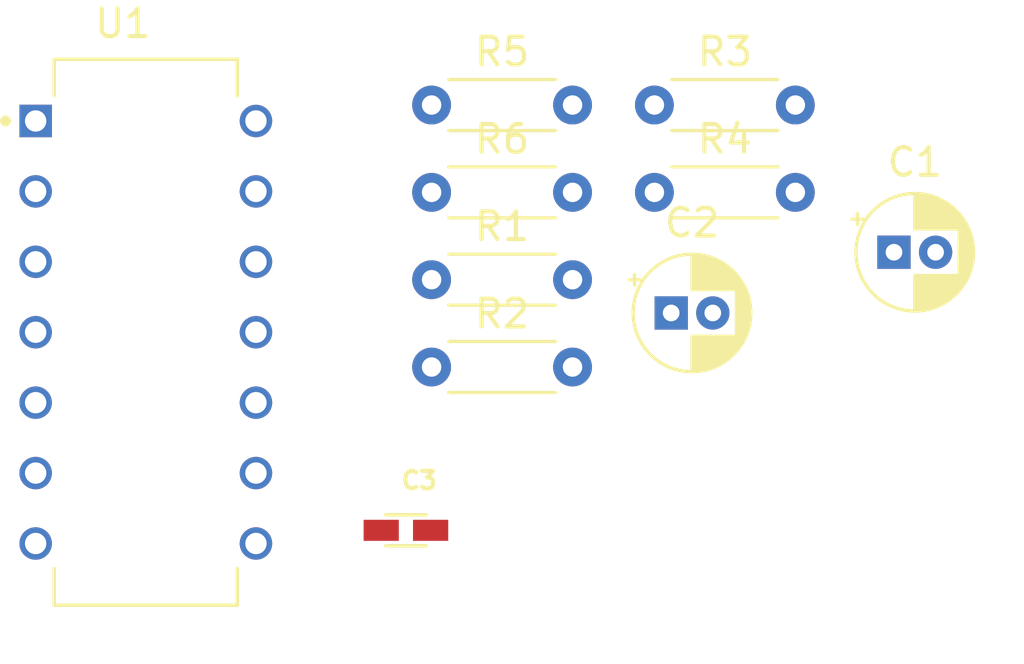
<source format=kicad_pcb>
(kicad_pcb (version 20211014) (generator pcbnew)
  (layers (0 "F.Cu" signal) (31 "B.Cu" signal) (34 "B.Paste" user) (35 "F.Paste" user) (36 "B.SilkS" user "B.Silkscreen") (37 "F.SilkS" user "F.Silkscreen") (38 "B.Mask" user) (39 "F.Mask" user) (44 "Edge.Cuts" user))
  (net 0 "")
  (net 1 "+12V")
  (net 2 "GND")
  (net 3 "-12V")
  (net 4 "Pilot_OUT")
  (net 5 "+3.3V")
  (net 6 "Pilot_ADC")
  (net 7 "Pilot_PWM")
  (net 8 "Net-(R1-Pad2)")
  (net 9 "Net-(R3-Pad1)")
  (footprint "Resistor_THT:R_Axial_DIN0204_L3.6mm_D1.6mm_P5.08mm_Horizontal" (layer "F.Cu") (at 124.645199 91.95)
    (fp_text reference "R2" (at 2.54 -1.92) (layer "F.SilkS"))
    (fp_text value "200k Tol1%")
    (fp_line (start 0.62 0.92) (end 4.46 0.92) (layer "F.SilkS") (width 0.12))
    (fp_line (start 0.62 -0.92) (end 4.46 -0.92) (layer "F.SilkS") (width 0.12))
    (pad "1" thru_hole circle (at 0 0) (size 1.4 1.4) (drill 0.7) (layers *.Cu *.Mask) (net 8 "Net-(R1-Pad2)"))
    (pad "2" thru_hole oval (at 5.08 0) (size 1.4 1.4) (drill 0.7) (layers *.Cu *.Mask) (net 2 "GND"))
  )
  (footprint "symbols-footprints:ESD_PGB1010603MR" (layer "F.Cu") (at 123.72 97.84)
    (fp_text reference "C3" (at 0.475 -1.8) (layer "F.SilkS") (effects (font (size 0.629921 0.629921))))
    (fp_text value "PGB1010603")
    (fp_line (start -0.73 0.56) (end 0.73 0.56) (layer "F.SilkS") (width 0.127))
    (fp_line (start -0.73 -0.56) (end 0.73 -0.56) (layer "F.SilkS") (width 0.127))
    (pad "1" smd rect locked (at -0.89 0 180) (size 1.27 0.76) (layers "F.Cu" "F.Paste" "F.Mask") (net 2 "GND"))
    (pad "2" smd rect locked (at 0.89 0 180) (size 1.27 0.76) (layers "F.Cu" "F.Paste" "F.Mask") (net 4 "Pilot_OUT"))
  )
  (footprint "Resistor_THT:R_Axial_DIN0204_L3.6mm_D1.6mm_P5.08mm_Horizontal" (layer "F.Cu") (at 132.675199 82.5)
    (fp_text reference "R3" (at 2.54 -1.92) (layer "F.SilkS"))
    (fp_text value "1k Tol1%")
    (fp_line (start 0.62 -0.92) (end 4.46 -0.92) (layer "F.SilkS") (width 0.12))
    (fp_line (start 0.62 0.92) (end 4.46 0.92) (layer "F.SilkS") (width 0.12))
    (pad "1" thru_hole circle (at 0 0) (size 1.4 1.4) (drill 0.7) (layers *.Cu *.Mask) (net 9 "Net-(R3-Pad1)"))
    (pad "2" thru_hole oval (at 5.08 0) (size 1.4 1.4) (drill 0.7) (layers *.Cu *.Mask) (net 4 "Pilot_OUT"))
  )
  (footprint "Capacitor_THT:CP_Radial_D4.0mm_P1.50mm" (layer "F.Cu") (at 141.31 87.81)
    (fp_text reference "C1" (at 0.75 -3.25) (layer "F.SilkS"))
    (fp_text value "0.1uF 25V")
    (fp_line (start 1.39 0.84) (end 1.39 1.982) (layer "F.SilkS") (width 0.12))
    (fp_line (start 1.27 0.84) (end 1.27 2.016) (layer "F.SilkS") (width 0.12))
    (fp_line (start 1.23 0.84) (end 1.23 2.025) (layer "F.SilkS") (width 0.12))
    (fp_line (start 2.631 -0.94) (end 2.631 0.94) (layer "F.SilkS") (width 0.12))
    (fp_line (start 2.071 0.84) (end 2.071 1.619) (layer "F.SilkS") (width 0.12))
    (fp_line (start 1.791 -1.808) (end 1.791 -0.84) (layer "F.SilkS") (width 0.12))
    (fp_line (start 1.27 -2.016) (end 1.27 -0.84) (layer "F.SilkS") (width 0.12))
    (fp_line (start 1.631 -1.889) (end 1.631 -0.84) (layer "F.SilkS") (width 0.12))
    (fp_line (start 0.79 0.84) (end 0.79 2.08) (layer "F.SilkS") (width 0.12))
    (fp_line (start 1.631 0.84) (end 1.631 1.889) (layer "F.SilkS") (width 0.12))
    (fp_line (start 0.75 -2.08) (end 0.75 -0.84) (layer "F.SilkS") (width 0.12))
    (fp_line (start 1.31 -2.005) (end 1.31 -0.84) (layer "F.SilkS") (width 0.12))
    (fp_line (start 1.19 -2.034) (end 1.19 -0.84) (layer "F.SilkS") (width 0.12))
    (fp_line (start 1.471 -1.954) (end 1.471 -0.84) (layer "F.SilkS") (width 0.12))
    (fp_line (start 1.551 0.84) (end 1.551 1.924) (layer "F.SilkS") (width 0.12))
    (fp_line (start 1.511 -1.94) (end 1.511 -0.84) (layer "F.SilkS") (width 0.12))
    (fp_line (start 1.15 -2.042) (end 1.15 -0.84) (layer "F.SilkS") (width 0.12))
    (fp_line (start 1.911 0.84) (end 1.911 1.735) (layer "F.SilkS") (width 0.12))
    (fp_line (start 1.831 0.84) (end 1.831 1.785) (layer "F.SilkS") (width 0.12))
    (fp_line (start 1.471 0.84) (end 1.471 1.954) (layer "F.SilkS") (width 0.12))
    (fp_line (start 1.871 0.84) (end 1.871 1.76) (layer "F.SilkS") (width 0.12))
    (fp_line (start 1.591 -1.907) (end 1.591 -0.84) (layer "F.SilkS") (width 0.12))
    (fp_line (start 2.551 -1.08) (end 2.551 1.08) (layer "F.SilkS") (width 0.12))
    (fp_line (start -1.319801 -1.395) (end -1.319801 -0.995) (layer "F.SilkS") (width 0.12))
    (fp_line (start 0.91 0.84) (end 0.91 2.074) (layer "F.SilkS") (width 0.12))
    (fp_line (start 1.591 0.84) (end 1.591 1.907) (layer "F.SilkS") (width 0.12))
    (fp_line (start 1.35 0.84) (end 1.35 1.994) (layer "F.SilkS") (width 0.12))
    (fp_line (start 0.87 -2.077) (end 0.87 -0.84) (layer "F.SilkS") (width 0.12))
    (fp_line (start 1.551 -1.924) (end 1.551 -0.84) (layer "F.SilkS") (width 0.12))
    (fp_line (start 2.791 -0.537) (end 2.791 0.537) (layer "F.SilkS") (width 0.12))
    (fp_line (start 2.031 -1.65) (end 2.031 -0.84) (layer "F.SilkS") (width 0.12))
    (fp_line (start -1.519801 -1.195) (end -1.119801 -1.195) (layer "F.SilkS") (width 0.12))
    (fp_line (start 1.15 0.84) (end 1.15 2.042) (layer "F.SilkS") (width 0.12))
    (fp_line (start 2.111 0.84) (end 2.111 1.587) (layer "F.SilkS") (width 0.12))
    (fp_line (start 1.35 -1.994) (end 1.35 -0.84) (layer "F.SilkS") (width 0.12))
    (fp_line (start 2.031 0.84) (end 2.031 1.65) (layer "F.SilkS") (width 0.12))
    (fp_line (start 0.75 0.84) (end 0.75 2.08) (layer "F.SilkS") (width 0.12))
    (fp_line (start 1.07 0.84) (end 1.07 2.056) (layer "F.SilkS") (width 0.12))
    (fp_line (start 1.831 -1.785) (end 1.831 -0.84) (layer "F.SilkS") (width 0.12))
    (fp_line (start 2.671 -0.859) (end 2.671 0.859) (layer "F.SilkS") (width 0.12))
    (fp_line (start 2.111 -1.587) (end 2.111 -0.84) (layer "F.SilkS") (width 0.12))
    (fp_line (start 1.03 0.84) (end 1.03 2.062) (layer "F.SilkS") (width 0.12))
    (fp_line (start 2.191 -1.516) (end 2.191 -0.84) (layer "F.SilkS") (width 0.12))
    (fp_line (start 1.39 -1.982) (end 1.39 -0.84) (layer "F.SilkS") (width 0.12))
    (fp_line (start 2.831 -0.37) (end 2.831 0.37) (layer "F.SilkS") (width 0.12))
    (fp_line (start 0.95 -2.071) (end 0.95 -0.84) (layer "F.SilkS") (width 0.12))
    (fp_line (start 2.271 -1.438) (end 2.271 -0.84) (layer "F.SilkS") (width 0.12))
    (fp_line (start 1.19 0.84) (end 1.19 2.034) (layer "F.SilkS") (width 0.12))
    (fp_line (start 0.95 0.84) (end 0.95 2.071) (layer "F.SilkS") (width 0.12))
    (fp_line (start 1.951 0.84) (end 1.951 1.708) (layer "F.SilkS") (width 0.12))
    (fp_line (start 2.431 -1.254) (end 2.431 1.254) (layer "F.SilkS") (width 0.12))
    (fp_line (start 2.151 -1.552) (end 2.151 -0.84) (layer "F.SilkS") (width 0.12))
    (fp_line (start 0.99 -2.067) (end 0.99 -0.84) (layer "F.SilkS") (width 0.12))
    (fp_line (start 2.151 0.84) (end 2.151 1.552) (layer "F.SilkS") (width 0.12))
    (fp_line (start 1.751 -1.83) (end 1.751 -0.84) (layer "F.SilkS") (width 0.12))
    (fp_line (start 1.511 0.84) (end 1.511 1.94) (layer "F.SilkS") (width 0.12))
    (fp_line (start 2.351 -1.351) (end 2.351 1.351) (layer "F.SilkS") (width 0.12))
    (fp_line (start 2.391 -1.304) (end 2.391 1.304) (layer "F.SilkS") (width 0.12))
    (fp_line (start 1.911 -1.735) (end 1.911 -0.84) (layer "F.SilkS") (width 0.12))
    (fp_line (start 0.79 -2.08) (end 0.79 -0.84) (layer "F.SilkS") (width 0.12))
    (fp_line (start 1.711 0.84) (end 1.711 1.851) (layer "F.SilkS") (width 0.12))
    (fp_line (start 1.11 0.84) (end 1.11 2.05) (layer "F.SilkS") (width 0.12))
    (fp_line (start 1.751 0.84) (end 1.751 1.83) (layer "F.SilkS") (width 0.12))
    (fp_line (start 0.87 0.84) (end 0.87 2.077) (layer "F.SilkS") (width 0.12))
    (fp_line (start 0.83 0.84) (end 0.83 2.079) (layer "F.SilkS") (width 0.12))
    (fp_line (start 2.071 -1.619) (end 2.071 -0.84) (layer "F.SilkS") (width 0.12))
    (fp_line (start 2.751 -0.664) (end 2.751 0.664) (layer "F.SilkS") (width 0.12))
    (fp_line (start 1.23 -2.025) (end 1.23 -0.84) (layer "F.SilkS") (width 0.12))
    (fp_line (start 1.43 0.84) (end 1.43 1.968) (layer "F.SilkS") (width 0.12))
    (fp_line (start 1.871 -1.76) (end 1.871 -0.84) (layer "F.SilkS") (width 0.12))
    (fp_line (start 2.271 0.84) (end 2.271 1.438) (layer "F.SilkS") (width 0.12))
    (fp_line (start 2.511 -1.142) (end 2.511 1.142) (layer "F.SilkS") (width 0.12))
    (fp_line (start 1.791 0.84) (end 1.791 1.808) (layer "F.SilkS") (width 0.12))
    (fp_line (start 1.671 0.84) (end 1.671 1.87) (layer "F.SilkS") (width 0.12))
    (fp_line (start 1.31 0.84) (end 1.31 2.005) (layer "F.SilkS") (width 0.12))
    (fp_line (start 2.311 -1.396) (end 2.311 -0.84) (layer "F.SilkS") (width 0.12))
    (fp_line (start 1.11 -2.05) (end 1.11 -0.84) (layer "F.SilkS") (width 0.12))
    (fp_line (start 2.591 -1.013) (end 2.591 1.013) (layer "F.SilkS") (width 0.12))
    (fp_line (start 0.99 0.84) (end 0.99 2.067) (layer "F.SilkS") (width 0.12))
    (fp_line (start 1.711 -1.851) (end 1.711 -0.84) (layer "F.SilkS") (width 0.12))
    (fp_line (start 0.83 -2.079) (end 0.83 -0.84) (layer "F.SilkS") (width 0.12))
    (fp_line (start 2.231 -1.478) (end 2.231 -0.84) (layer "F.SilkS") (width 0.12))
    (fp_line (start 2.311 0.84) (end 2.311 1.396) (layer "F.SilkS") (width 0.12))
    (fp_line (start 2.191 0.84) (end 2.191 1.516) (layer "F.SilkS") (width 0.12))
    (fp_line (start 1.991 -1.68) (end 1.991 -0.84) (layer "F.SilkS") (width 0.12))
    (fp_line (start 1.991 0.84) (end 1.991 1.68) (layer "F.SilkS") (width 0.12))
    (fp_line (start 2.231 0.84) (end 2.231 1.478) (layer "F.SilkS") (width 0.12))
    (fp_line (start 2.471 -1.2) (end 2.471 1.2) (layer "F.SilkS") (width 0.12))
    (fp_line (start 1.671 -1.87) (end 1.671 -0.84) (layer "F.SilkS") (width 0.12))
    (fp_line (start 1.951 -1.708) (end 1.951 -0.84) (layer "F.SilkS") (width 0.12))
    (fp_line (start 1.03 -2.062) (end 1.03 -0.84) (layer "F.SilkS") (width 0.12))
    (fp_line (start 0.91 -2.074) (end 0.91 -0.84) (layer "F.SilkS") (width 0.12))
    (fp_line (start 1.43 -1.968) (end 1.43 -0.84) (layer "F.SilkS") (width 0.12))
    (fp_line (start 2.711 -0.768) (end 2.711 0.768) (layer "F.SilkS") (width 0.12))
    (fp_line (start 1.07 -2.056) (end 1.07 -0.84) (layer "F.SilkS") (width 0.12))
    (fp_circle (center 0.75 0) (end 2.87 0) (layer "F.SilkS") (width 0.12) (fill none))
    (pad "1" thru_hole rect (at 0 0) (size 1.2 1.2) (drill 0.6) (layers *.Cu *.Mask) (net 1 "+12V"))
    (pad "2" thru_hole circle (at 1.5 0) (size 1.2 1.2) (drill 0.6) (layers *.Cu *.Mask) (net 2 "GND"))
  )
  (footprint "Capacitor_THT:CP_Radial_D4.0mm_P1.50mm" (layer "F.Cu") (at 133.28 90)
    (fp_text reference "C2" (at 0.75 -3.25) (layer "F.SilkS"))
    (fp_text value "0.1uF 25V")
    (fp_line (start 0.79 0.84) (end 0.79 2.08) (layer "F.SilkS") (width 0.12))
    (fp_line (start 1.711 -1.851) (end 1.711 -0.84) (layer "F.SilkS") (width 0.12))
    (fp_line (start 1.15 0.84) (end 1.15 2.042) (layer "F.SilkS") (width 0.12))
    (fp_line (start 1.511 -1.94) (end 1.511 -0.84) (layer "F.SilkS") (width 0.12))
    (fp_line (start 1.35 0.84) (end 1.35 1.994) (layer "F.SilkS") (width 0.12))
    (fp_line (start 1.871 0.84) (end 1.871 1.76) (layer "F.SilkS") (width 0.12))
    (fp_line (start 1.591 -1.907) (end 1.591 -0.84) (layer "F.SilkS") (width 0.12))
    (fp_line (start 2.351 -1.351) (end 2.351 1.351) (layer "F.SilkS") (width 0.12))
    (fp_line (start 1.07 -2.056) (end 1.07 -0.84) (layer "F.SilkS") (width 0.12))
    (fp_line (start 2.311 -1.396) (end 2.311 -0.84) (layer "F.SilkS") (width 0.12))
    (fp_line (start 2.231 -1.478) (end 2.231 -0.84) (layer "F.SilkS") (width 0.12))
    (fp_line (start 0.79 -2.08) (end 0.79 -0.84) (layer "F.SilkS") (width 0.12))
    (fp_line (start 0.99 0.84) (end 0.99 2.067) (layer "F.SilkS") (width 0.12))
    (fp_line (start 1.39 0.84) (end 1.39 1.982) (layer "F.SilkS") (width 0.12))
    (fp_line (start 1.27 -2.016) (end 1.27 -0.84) (layer "F.SilkS") (width 0.12))
    (fp_line (start 0.83 -2.079) (end 0.83 -0.84) (layer "F.SilkS") (width 0.12))
    (fp_line (start 2.271 0.84) (end 2.271 1.438) (layer "F.SilkS") (width 0.12))
    (fp_line (start 0.91 0.84) (end 0.91 2.074) (layer "F.SilkS") (width 0.12))
    (fp_line (start 0.83 0.84) (end 0.83 2.079) (layer "F.SilkS") (width 0.12))
    (fp_line (start 2.631 -0.94) (end 2.631 0.94) (layer "F.SilkS") (width 0.12))
    (fp_line (start 1.831 -1.785) (end 1.831 -0.84) (layer "F.SilkS") (width 0.12))
    (fp_line (start 1.43 -1.968) (end 1.43 -0.84) (layer "F.SilkS") (width 0.12))
    (fp_line (start 1.671 -1.87) (end 1.671 -0.84) (layer "F.SilkS") (width 0.12))
    (fp_line (start 1.711 0.84) (end 1.711 1.851) (layer "F.SilkS") (width 0.12))
    (fp_line (start 1.471 -1.954) (end 1.471 -0.84) (layer "F.SilkS") (width 0.12))
    (fp_line (start 2.391 -1.304) (end 2.391 1.304) (layer "F.SilkS") (width 0.12))
    (fp_line (start 1.551 -1.924) (end 1.551 -0.84) (layer "F.SilkS") (width 0.12))
    (fp_line (start 2.191 -1.516) (end 2.191 -0.84) (layer "F.SilkS") (width 0.12))
    (fp_line (start 1.911 -1.735) (end 1.911 -0.84) (layer "F.SilkS") (width 0.12))
    (fp_line (start 1.831 0.84) (end 1.831 1.785) (layer "F.SilkS") (width 0.12))
    (fp_line (start 1.911 0.84) (end 1.911 1.735) (layer "F.SilkS") (width 0.12))
    (fp_line (start -1.319801 -1.395) (end -1.319801 -0.995) (layer "F.SilkS") (width 0.12))
    (fp_line (start 2.071 0.84) (end 2.071 1.619) (layer "F.SilkS") (width 0.12))
    (fp_line (start 1.19 0.84) (end 1.19 2.034) (layer "F.SilkS") (width 0.12))
    (fp_line (start 2.471 -1.2) (end 2.471 1.2) (layer "F.SilkS") (width 0.12))
    (fp_line (start 2.031 0.84) (end 2.031 1.65) (layer "F.SilkS") (width 0.12))
    (fp_line (start 1.03 0.84) (end 1.03 2.062) (layer "F.SilkS") (width 0.12))
    (fp_line (start 1.591 0.84) (end 1.591 1.907) (layer "F.SilkS") (width 0.12))
    (fp_line (start 1.791 -1.808) (end 1.791 -0.84) (layer "F.SilkS") (width 0.12))
    (fp_line (start 2.191 0.84) (end 2.191 1.516) (layer "F.SilkS") (width 0.12))
    (fp_line (start 1.31 -2.005) (end 1.31 -0.84) (layer "F.SilkS") (width 0.12))
    (fp_line (start 1.15 -2.042) (end 1.15 -0.84) (layer "F.SilkS") (width 0.12))
    (fp_line (start 2.031 -1.65) (end 2.031 -0.84) (layer "F.SilkS") (width 0.12))
    (fp_line (start 2.711 -0.768) (end 2.711 0.768) (layer "F.SilkS") (width 0.12))
    (fp_line (start 2.151 0.84) (end 2.151 1.552) (layer "F.SilkS") (width 0.12))
    (fp_line (start 1.23 -2.025) (end 1.23 -0.84) (layer "F.SilkS") (width 0.12))
    (fp_line (start 1.39 -1.982) (end 1.39 -0.84) (layer "F.SilkS") (width 0.12))
    (fp_line (start 0.75 0.84) (end 0.75 2.08) (layer "F.SilkS") (width 0.12))
    (fp_line (start 1.19 -2.034) (end 1.19 -0.84) (layer "F.SilkS") (width 0.12))
    (fp_line (start 2.511 -1.142) (end 2.511 1.142) (layer "F.SilkS") (width 0.12))
    (fp_line (start 2.831 -0.37) (end 2.831 0.37) (layer "F.SilkS") (width 0.12))
    (fp_line (start 1.791 0.84) (end 1.791 1.808) (layer "F.SilkS") (width 0.12))
    (fp_line (start 0.99 -2.067) (end 0.99 -0.84) (layer "F.SilkS") (width 0.12))
    (fp_line (start 2.591 -1.013) (end 2.591 1.013) (layer "F.SilkS") (width 0.12))
    (fp_line (start 1.951 0.84) (end 1.951 1.708) (layer "F.SilkS") (width 0.12))
    (fp_line (start 1.991 -1.68) (end 1.991 -0.84) (layer "F.SilkS") (width 0.12))
    (fp_line (start 2.551 -1.08) (end 2.551 1.08) (layer "F.SilkS") (width 0.12))
    (fp_line (start 1.751 0.84) (end 1.751 1.83) (layer "F.SilkS") (width 0.12))
    (fp_line (start 2.671 -0.859) (end 2.671 0.859) (layer "F.SilkS") (width 0.12))
    (fp_line (start 1.991 0.84) (end 1.991 1.68) (layer "F.SilkS") (width 0.12))
    (fp_line (start 2.431 -1.254) (end 2.431 1.254) (layer "F.SilkS") (width 0.12))
    (fp_line (start 1.751 -1.83) (end 1.751 -0.84) (layer "F.SilkS") (width 0.12))
    (fp_line (start 0.95 -2.071) (end 0.95 -0.84) (layer "F.SilkS") (width 0.12))
    (fp_line (start 0.95 0.84) (end 0.95 2.071) (layer "F.SilkS") (width 0.12))
    (fp_line (start 2.311 0.84) (end 2.311 1.396) (layer "F.SilkS") (width 0.12))
    (fp_line (start 1.07 0.84) (end 1.07 2.056) (layer "F.SilkS") (width 0.12))
    (fp_line (start 2.271 -1.438) (end 2.271 -0.84) (layer "F.SilkS") (width 0.12))
    (fp_line (start 1.11 0.84) (end 1.11 2.05) (layer "F.SilkS") (width 0.12))
    (fp_line (start 1.631 0.84) (end 1.631 1.889) (layer "F.SilkS") (width 0.12))
    (fp_line (start 1.951 -1.708) (end 1.951 -0.84) (layer "F.SilkS") (width 0.12))
    (fp_line (start 2.751 -0.664) (end 2.751 0.664) (layer "F.SilkS") (width 0.12))
    (fp_line (start 1.43 0.84) (end 1.43 1.968) (layer "F.SilkS") (width 0.12))
    (fp_line (start 1.31 0.84) (end 1.31 2.005) (layer "F.SilkS") (width 0.12))
    (fp_line (start 0.87 -2.077) (end 0.87 -0.84) (layer "F.SilkS") (width 0.12))
    (fp_line (start 1.471 0.84) (end 1.471 1.954) (layer "F.SilkS") (width 0.12))
    (fp_line (start 1.871 -1.76) (end 1.871 -0.84) (layer "F.SilkS") (width 0.12))
    (fp_line (start 1.551 0.84) (end 1.551 1.924) (layer "F.SilkS") (width 0.12))
    (fp_line (start 1.23 0.84) (end 1.23 2.025) (layer "F.SilkS") (width 0.12))
    (fp_line (start 2.111 -1.587) (end 2.111 -0.84) (layer "F.SilkS") (width 0.12))
    (fp_line (start 2.231 0.84) (end 2.231 1.478) (layer "F.SilkS") (width 0.12))
    (fp_line (start 1.671 0.84) (end 1.671 1.87) (layer "F.SilkS") (width 0.12))
    (fp_line (start 1.35 -1.994) (end 1.35 -0.84) (layer "F.SilkS") (width 0.12))
    (fp_line (start 2.791 -0.537) (end 2.791 0.537) (layer "F.SilkS") (width 0.12))
    (fp_line (start 0.87 0.84) (end 0.87 2.077) (layer "F.SilkS") (width 0.12))
    (fp_line (start 2.111 0.84) (end 2.111 1.587) (layer "F.SilkS") (width 0.12))
    (fp_line (start 1.03 -2.062) (end 1.03 -0.84) (layer "F.SilkS") (width 0.12))
    (fp_line (start 1.631 -1.889) (end 1.631 -0.84) (layer "F.SilkS") (width 0.12))
    (fp_line (start -1.519801 -1.195) (end -1.119801 -1.195) (layer "F.SilkS") (width 0.12))
    (fp_line (start 2.151 -1.552) (end 2.151 -0.84) (layer "F.SilkS") (width 0.12))
    (fp_line (start 2.071 -1.619) (end 2.071 -0.84) (layer "F.SilkS") (width 0.12))
    (fp_line (start 1.11 -2.05) (end 1.11 -0.84) (layer "F.SilkS") (width 0.12))
    (fp_line (start 0.91 -2.074) (end 0.91 -0.84) (layer "F.SilkS") (width 0.12))
    (fp_line (start 1.27 0.84) (end 1.27 2.016) (layer "F.SilkS") (width 0.12))
    (fp_line (start 1.511 0.84) (end 1.511 1.94) (layer "F.SilkS") (width 0.12))
    (fp_line (start 0.75 -2.08) (end 0.75 -0.84) (layer "F.SilkS") (width 0.12))
    (fp_circle (center 0.75 0) (end 2.87 0) (layer "F.SilkS") (width 0.12) (fill none))
    (pad "1" thru_hole rect (at 0 0) (size 1.2 1.2) (drill 0.6) (layers *.Cu *.Mask) (net 3 "-12V"))
    (pad "2" thru_hole circle (at 1.5 0) (size 1.2 1.2) (drill 0.6) (layers *.Cu *.Mask) (net 2 "GND"))
  )
  (footprint "Resistor_THT:R_Axial_DIN0204_L3.6mm_D1.6mm_P5.08mm_Horizontal" (layer "F.Cu") (at 124.645199 85.65)
    (fp_text reference "R6" (at 2.54 -1.92) (layer "F.SilkS"))
    (fp_text value "56k Tol1%")
    (fp_line (start 0.62 -0.92) (end 4.46 -0.92) (layer "F.SilkS") (width 0.12))
    (fp_line (start 0.62 0.92) (end 4.46 0.92) (layer "F.SilkS") (width 0.12))
    (pad "1" thru_hole circle (at 0 0) (size 1.4 1.4) (drill 0.7) (layers *.Cu *.Mask) (net 5 "+3.3V"))
    (pad "2" thru_hole oval (at 5.08 0) (size 1.4 1.4) (drill 0.7) (layers *.Cu *.Mask) (net 6 "Pilot_ADC"))
  )
  (footprint "symbols-footprints:DIP794W45P254L1969H508Q14" (layer "F.Cu") (at 114.345 90.695)
    (fp_text reference "U1" (at -0.825 -11.135) (layer "F.SilkS"))
    (fp_text value "LM324N")
    (fp_line (start -3.3 -9.845) (end 3.3 -9.845) (layer "F.SilkS") (width 0.127))
    (fp_line (start -3.3 -8.525) (end -3.3 -9.845) (layer "F.SilkS") (width 0.127))
    (fp_line (start 3.3 -9.845) (end 3.3 -8.525) (layer "F.SilkS") (width 0.127))
    (fp_line (start 3.3 8.525) (end 3.3 9.845) (layer "F.SilkS") (width 0.127))
    (fp_line (start -3.3 9.845) (end -3.3 8.525) (layer "F.SilkS") (width 0.127))
    (fp_line (start 3.3 9.845) (end -3.3 9.845) (layer "F.SilkS") (width 0.127))
    (fp_circle (center -5.055 -7.62) (end -4.955 -7.62) (layer "F.SilkS") (width 0.2) (fill none))
    (pad "1" thru_hole rect locked (at -3.97 -7.62) (size 1.17 1.17) (drill 0.77) (layers *.Cu *.Mask) (net 9 "Net-(R3-Pad1)"))
    (pad "2" thru_hole circle locked (at -3.97 -5.08) (size 1.17 1.17) (drill 0.77) (layers *.Cu *.Mask) (net 8 "Net-(R1-Pad2)"))
    (pad "3" thru_hole circle locked (at -3.97 -2.54) (size 1.17 1.17) (drill 0.77) (layers *.Cu *.Mask) (net 7 "Pilot_PWM"))
    (pad "4" thru_hole circle locked (at -3.97 0) (size 1.17 1.17) (drill 0.77) (layers *.Cu *.Mask) (net 1 "+12V"))
    (pad "5" thru_hole circle locked (at -3.97 2.54) (size 1.17 1.17) (drill 0.77) (layers *.Cu *.Mask))
    (pad "6" thru_hole circle locked (at -3.97 5.08) (size 1.17 1.17) (drill 0.77) (layers *.Cu *.Mask))
    (pad "7" thru_hole circle locked (at -3.97 7.62) (size 1.17 1.17) (drill 0.77) (layers *.Cu *.Mask))
    (pad "8" thru_hole circle locked (at 3.97 7.62) (size 1.17 1.17) (drill 0.77) (layers *.Cu *.Mask))
    (pad "9" thru_hole circle locked (at 3.97 5.08) (size 1.17 1.17) (drill 0.77) (layers *.Cu *.Mask))
    (pad "10" thru_hole circle locked (at 3.97 2.54) (size 1.17 1.17) (drill 0.77) (layers *.Cu *.Mask))
    (pad "11" thru_hole circle locked (at 3.97 0) (size 1.17 1.17) (drill 0.77) (layers *.Cu *.Mask) (net 3 "-12V"))
    (pad "12" thru_hole circle locked (at 3.97 -2.54) (size 1.17 1.17) (drill 0.77) (layers *.Cu *.Mask))
    (pad "13" thru_hole circle locked (at 3.97 -5.08) (size 1.17 1.17) (drill 0.77) (layers *.Cu *.Mask))
    (pad "14" thru_hole circle locked (at 3.97 -7.62) (size 1.17 1.17) (drill 0.77) (layers *.Cu *.Mask))
  )
  (footprint "Resistor_THT:R_Axial_DIN0204_L3.6mm_D1.6mm_P5.08mm_Horizontal" (layer "F.Cu") (at 124.645199 88.8)
    (fp_text reference "R1" (at 2.54 -1.92) (layer "F.SilkS"))
    (fp_text value "200k Tol1%")
    (fp_line (start 0.62 0.92) (end 4.46 0.92) (layer "F.SilkS") (width 0.12))
    (fp_line (start 0.62 -0.92) (end 4.46 -0.92) (layer "F.SilkS") (width 0.12))
    (pad "1" thru_hole circle (at 0 0) (size 1.4 1.4) (drill 0.7) (layers *.Cu *.Mask) (net 5 "+3.3V"))
    (pad "2" thru_hole oval (at 5.08 0) (size 1.4 1.4) (drill 0.7) (layers *.Cu *.Mask) (net 8 "Net-(R1-Pad2)"))
  )
  (footprint "Resistor_THT:R_Axial_DIN0204_L3.6mm_D1.6mm_P5.08mm_Horizontal" (layer "F.Cu") (at 124.645199 82.5)
    (fp_text reference "R5" (at 2.54 -1.92) (layer "F.SilkS"))
    (fp_text value "66.5k Tol1%")
    (fp_line (start 0.62 0.92) (end 4.46 0.92) (layer "F.SilkS") (width 0.12))
    (fp_line (start 0.62 -0.92) (end 4.46 -0.92) (layer "F.SilkS") (width 0.12))
    (pad "1" thru_hole circle (at 0 0) (size 1.4 1.4) (drill 0.7) (layers *.Cu *.Mask) (net 6 "Pilot_ADC"))
    (pad "2" thru_hole oval (at 5.08 0) (size 1.4 1.4) (drill 0.7) (layers *.Cu *.Mask) (net 2 "GND"))
  )
  (footprint "Resistor_THT:R_Axial_DIN0204_L3.6mm_D1.6mm_P5.08mm_Horizontal" (layer "F.Cu") (at 132.675199 85.65)
    (fp_text reference "R4" (at 2.54 -1.92) (layer "F.SilkS"))
    (fp_text value "200k Tol1%")
    (fp_line (start 0.62 0.92) (end 4.46 0.92) (layer "F.SilkS") (width 0.12))
    (fp_line (start 0.62 -0.92) (end 4.46 -0.92) (layer "F.SilkS") (width 0.12))
    (pad "1" thru_hole circle (at 0 0) (size 1.4 1.4) (drill 0.7) (layers *.Cu *.Mask) (net 4 "Pilot_OUT"))
    (pad "2" thru_hole oval (at 5.08 0) (size 1.4 1.4) (drill 0.7) (layers *.Cu *.Mask) (net 6 "Pilot_ADC"))
  )
)
</source>
